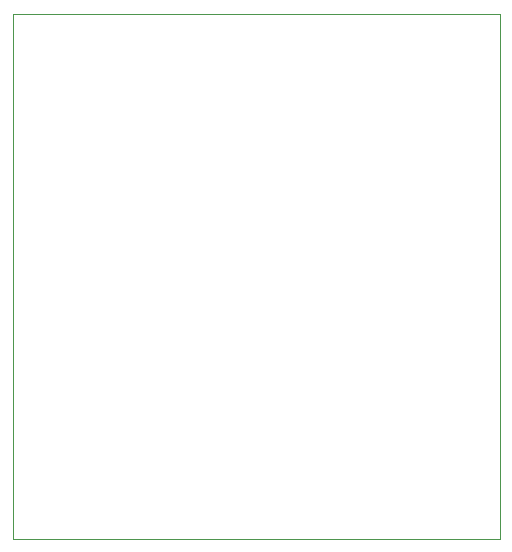
<source format=gm1>
G04 #@! TF.GenerationSoftware,KiCad,Pcbnew,6.0.8-f2edbf62ab~116~ubuntu22.04.1*
G04 #@! TF.CreationDate,2022-10-13T11:13:53+02:00*
G04 #@! TF.ProjectId,PCMCIA_SRAM,50434d43-4941-45f5-9352-414d2e6b6963,v1.0*
G04 #@! TF.SameCoordinates,Original*
G04 #@! TF.FileFunction,Profile,NP*
%FSLAX46Y46*%
G04 Gerber Fmt 4.6, Leading zero omitted, Abs format (unit mm)*
G04 Created by KiCad (PCBNEW 6.0.8-f2edbf62ab~116~ubuntu22.04.1) date 2022-10-13 11:13:53*
%MOMM*%
%LPD*%
G01*
G04 APERTURE LIST*
G04 #@! TA.AperFunction,Profile*
%ADD10C,0.050000*%
G04 #@! TD*
G04 APERTURE END LIST*
D10*
X165735000Y-81280000D02*
X207010000Y-81280000D01*
X165735000Y-125730000D02*
X165735000Y-81280000D01*
X207010000Y-125730000D02*
X165735000Y-125730000D01*
X207010000Y-81280000D02*
X207010000Y-125730000D01*
M02*

</source>
